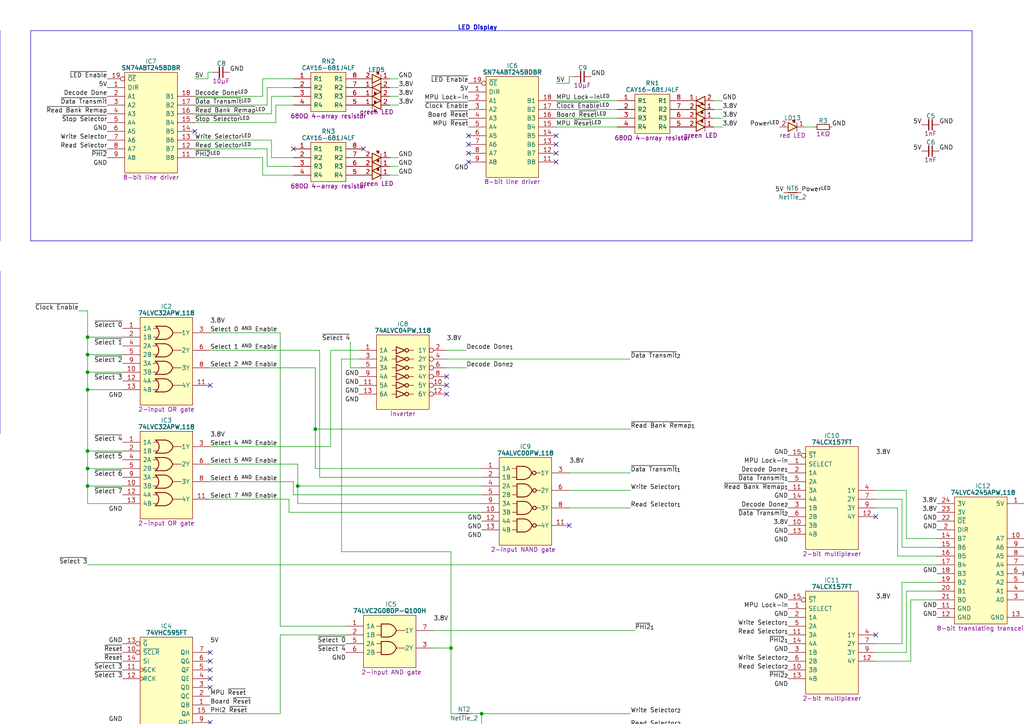
<source format=kicad_sch>
(kicad_sch (version 20230121) (generator eeschema)
  (paper "A4")
  (junction (at 25.4 102.87))
  (junction (at -53.34 111.76))
  (junction (at -66.04 34.29))
  (junction (at -17.78 36.83))
  (junction (at -12.7 111.76))
  (junction (at 91.44 124.46))
  (junction (at 139.7 210.82))
  (junction (at -17.78 49.53))
  (junction (at -66.04 44.45))
  (junction (at -66.04 66.04))
  (junction (at -53.34 87.63))
  (junction (at 25.4 130.81))
  (junction (at -17.78 41.91))
  (junction (at -66.04 41.91))
  (junction (at -66.04 39.37))
  (junction (at 25.4 135.89))
  (junction (at -66.04 49.53))
  (junction (at -17.78 34.29))
  (junction (at -17.78 29.21))
  (junction (at 130.81 187.96))
  (junction (at -66.04 29.21))
  (junction (at -17.78 39.37))
  (junction (at -17.78 46.99))
  (junction (at -66.04 31.75))
  (junction (at 25.4 97.79))
  (junction (at 139.7 207.01))
  (junction (at 25.4 140.97))
  (junction (at 25.4 107.95))
  (junction (at -66.04 46.99))
  (junction (at -17.78 44.45))
  (junction (at -66.04 26.67))
  (junction (at 86.36 140.97))
  (junction (at -66.04 36.83))
  (junction (at -66.04 63.5))
  (junction (at 25.4 113.03))
  (junction (at -17.78 31.75))
  (junction (at -12.7 87.63))
  (junction (at -66.04 52.07))
  (no_connect (at 60.96 209.55))
  (no_connect (at 60.96 189.23))
  (no_connect (at 60.96 194.31))
  (no_connect (at 60.96 191.77))
  (no_connect (at 60.96 196.85))
  (no_connect (at -11.43 17.78))
  (no_connect (at 297.18 166.37))
  (no_connect (at 330.2 171.45))
  (no_connect (at 309.88 171.45))
  (no_connect (at 254 184.15))
  (no_connect (at -17.78 63.5))
  (no_connect (at 105.41 43.18))
  (no_connect (at 85.09 43.18))
  (no_connect (at 56.515 38.1))
  (no_connect (at 161.29 46.99))
  (no_connect (at -17.78 17.78))
  (no_connect (at 161.29 44.45))
  (no_connect (at 60.96 111.76))
  (no_connect (at 165.1 152.4))
  (no_connect (at 254 149.86))
  (no_connect (at -66.04 54.61))
  (no_connect (at -72.39 54.61))
  (no_connect (at 161.29 41.91))
  (no_connect (at -11.43 63.5))
  (no_connect (at -11.43 52.07))
  (no_connect (at 135.89 39.37))
  (no_connect (at 135.89 41.91))
  (no_connect (at 135.89 44.45))
  (no_connect (at 135.89 46.99))
  (no_connect (at 161.29 39.37))
  (no_connect (at 60.96 199.39))
  (no_connect (at -25.4 116.84))
  (no_connect (at 129.54 109.22))
  (no_connect (at 129.54 111.76))
  (no_connect (at 129.54 114.3))
  (no_connect (at -17.78 52.07))
  (wire (pts (xy -25.4 49.53) (xy -17.78 49.53)))
  (wire (pts (xy -17.78 44.45) (xy -25.4 44.45)))
  (wire (pts (xy 60.96 139.7) (xy 85.09 139.7)))
  (wire (pts (xy 91.44 135.89) (xy 139.7 135.89)))
  (wire (pts (xy -58.42 41.91) (xy -66.04 41.91)))
  (wire (pts (xy -58.42 49.53) (xy -66.04 49.53)))
  (wire (pts (xy 297.18 171.45) (xy 306.07 171.45)))
  (wire (pts (xy 264.16 191.77) (xy 264.16 173.99)))
  (wire (pts (xy 161.29 29.21) (xy 179.07 29.21)))
  (wire (pts (xy 113.03 30.48) (xy 115.57 30.48)))
  (wire (pts (xy 60.96 96.52) (xy 81.28 96.52)))
  (wire (pts (xy 330.2 176.53) (xy 334.01 176.53)))
  (wire (pts (xy 91.44 124.46) (xy 91.44 135.89)))
  (wire (pts (xy 297.18 173.99) (xy 304.8 173.99)))
  (wire (pts (xy -66.04 46.99) (xy -72.39 46.99)))
  (wire (pts (xy -17.78 36.83) (xy -11.43 36.83)))
  (polyline (pts (xy 281.94 69.85) (xy 281.94 8.89)))
  (wire (pts (xy -27.94 87.63) (xy -12.7 87.63)))
  (polyline (pts (xy 0 78.74) (xy 0 125.73)))
  (wire (pts (xy 182.88 142.24) (xy 165.1 142.24)))
  (wire (pts (xy -66.04 49.53) (xy -72.39 49.53)))
  (wire (pts (xy 81.28 96.52) (xy 81.28 181.61)))
  (polyline (pts (xy 0 78.74) (xy -81.28 78.74)))
  (wire (pts (xy 76.2 27.94) (xy 56.515 27.94)))
  (wire (pts (xy 182.88 137.16) (xy 165.1 137.16)))
  (wire (pts (xy 264.16 173.99) (xy 271.78 173.99)))
  (wire (pts (xy 113.03 48.26) (xy 115.57 48.26)))
  (wire (pts (xy 80.01 35.56) (xy 80.01 30.48)))
  (wire (pts (xy 78.74 33.02) (xy 56.515 33.02)))
  (wire (pts (xy -53.34 90.17) (xy -53.34 87.63)))
  (wire (pts (xy 139.7 138.43) (xy 92.71 138.43)))
  (wire (pts (xy 76.2 22.86) (xy 76.2 27.94)))
  (wire (pts (xy 330.2 173.99) (xy 332.74 173.99)))
  (wire (pts (xy 86.36 140.97) (xy 139.7 140.97)))
  (wire (pts (xy -17.78 31.75) (xy -11.43 31.75)))
  (wire (pts (xy 135.255 101.6) (xy 129.54 101.6)))
  (wire (pts (xy 335.28 173.99) (xy 339.09 173.99)))
  (wire (pts (xy -58.42 44.45) (xy -66.04 44.45)))
  (wire (pts (xy -66.04 66.04) (xy -47.625 66.04)))
  (polyline (pts (xy 8.89 8.89) (xy 281.94 8.89)))
  (wire (pts (xy 76.2 50.8) (xy 85.09 50.8)))
  (wire (pts (xy 113.03 22.86) (xy 115.57 22.86)))
  (wire (pts (xy 297.18 168.91) (xy 307.34 168.91)))
  (polyline (pts (xy 0 8.89) (xy 0 69.85)))
  (wire (pts (xy 307.34 161.29) (xy 307.34 156.21)))
  (wire (pts (xy 304.8 151.13) (xy 304.8 156.21)))
  (wire (pts (xy 260.35 161.29) (xy 271.78 161.29)))
  (wire (pts (xy 297.18 163.83) (xy 308.61 163.83)))
  (wire (pts (xy 60.96 101.6) (xy 92.71 101.6)))
  (wire (pts (xy 161.29 31.75) (xy 179.07 31.75)))
  (wire (pts (xy 139.7 210.82) (xy 182.88 210.82)))
  (wire (pts (xy -12.7 116.84) (xy -12.7 111.76)))
  (wire (pts (xy 25.4 135.89) (xy 35.56 135.89)))
  (wire (pts (xy 330.2 179.07) (xy 335.28 179.07)))
  (wire (pts (xy -66.04 44.45) (xy -72.39 44.45)))
  (wire (pts (xy 91.44 106.68) (xy 91.44 124.46)))
  (wire (pts (xy 77.47 43.18) (xy 77.47 48.26)))
  (wire (pts (xy 78.74 45.72) (xy 85.09 45.72)))
  (wire (pts (xy 331.47 163.83) (xy 339.09 163.83)))
  (wire (pts (xy 161.29 34.29) (xy 179.07 34.29)))
  (polyline (pts (xy -81.28 125.73) (xy -81.28 78.74)))
  (wire (pts (xy -12.7 87.63) (xy -12.7 92.71)))
  (wire (pts (xy -17.78 29.21) (xy -25.4 29.21)))
  (wire (pts (xy 330.2 156.21) (xy 332.74 156.21)))
  (wire (pts (xy 60.325 20.955) (xy 60.325 22.86)))
  (wire (pts (xy 306.07 153.67) (xy 309.88 153.67)))
  (wire (pts (xy 182.88 147.32) (xy 165.1 147.32)))
  (wire (pts (xy 332.74 168.91) (xy 339.09 168.91)))
  (wire (pts (xy 297.18 161.29) (xy 307.34 161.29)))
  (wire (pts (xy 85.09 143.51) (xy 139.7 143.51)))
  (wire (pts (xy 166.37 22.225) (xy 165.1 22.225)))
  (wire (pts (xy 85.09 25.4) (xy 77.47 25.4)))
  (wire (pts (xy -11.43 66.04) (xy -17.78 66.04)))
  (wire (pts (xy 129.54 104.14) (xy 182.88 104.14)))
  (wire (pts (xy 334.01 171.45) (xy 339.09 171.45)))
  (wire (pts (xy 297.18 158.75) (xy 306.07 158.75)))
  (wire (pts (xy -68.58 87.63) (xy -53.34 87.63)))
  (polyline (pts (xy -81.28 8.89) (xy 0 8.89)))
  (wire (pts (xy 307.34 168.91) (xy 307.34 173.99)))
  (wire (pts (xy 95.885 101.6) (xy 104.14 101.6)))
  (wire (pts (xy 81.28 184.15) (xy 100.33 184.15)))
  (wire (pts (xy 77.47 30.48) (xy 56.515 30.48)))
  (wire (pts (xy 130.81 160.02) (xy 130.81 187.96)))
  (wire (pts (xy -58.42 46.99) (xy -66.04 46.99)))
  (wire (pts (xy -66.04 31.75) (xy -72.39 31.75)))
  (wire (pts (xy -58.42 31.75) (xy -66.04 31.75)))
  (wire (pts (xy 25.4 113.03) (xy 25.4 130.81)))
  (wire (pts (xy 307.34 173.99) (xy 309.88 173.99)))
  (wire (pts (xy 25.4 102.87) (xy 25.4 107.95)))
  (wire (pts (xy 161.29 36.83) (xy 179.07 36.83)))
  (wire (pts (xy 83.82 148.59) (xy 139.7 148.59)))
  (wire (pts (xy 306.07 158.75) (xy 306.07 153.67)))
  (polyline (pts (xy 0 69.85) (xy -81.28 69.85)))
  (wire (pts (xy 130.81 187.96) (xy 125.73 187.96)))
  (wire (pts (xy -68.58 111.76) (xy -68.58 116.84)))
  (wire (pts (xy -72.39 66.04) (xy -66.04 66.04)))
  (wire (pts (xy -12.7 87.63) (xy -7.62 87.63)))
  (wire (pts (xy 332.74 156.21) (xy 332.74 161.29)))
  (wire (pts (xy 261.62 168.91) (xy 271.78 168.91)))
  (wire (pts (xy 306.07 171.45) (xy 306.07 176.53)))
  (wire (pts (xy 86.36 134.62) (xy 86.36 140.97)))
  (wire (pts (xy 113.03 50.8) (xy 115.57 50.8)))
  (wire (pts (xy 139.7 214.63) (xy 182.88 214.63)))
  (wire (pts (xy -58.42 52.07) (xy -66.04 52.07)))
  (wire (pts (xy -66.04 52.07) (xy -72.39 52.07)))
  (wire (pts (xy 139.7 207.01) (xy 182.88 207.01)))
  (wire (pts (xy 86.36 146.05) (xy 139.7 146.05)))
  (wire (pts (xy 335.28 151.13) (xy 335.28 156.21)))
  (wire (pts (xy 261.62 186.69) (xy 261.62 168.91)))
  (wire (pts (xy -72.39 15.24) (xy -66.04 15.24)))
  (wire (pts (xy 99.06 160.02) (xy 130.81 160.02)))
  (wire (pts (xy 304.8 179.07) (xy 304.8 173.99)))
  (wire (pts (xy 60.96 129.54) (xy 95.885 129.54)))
  (wire (pts (xy 80.01 30.48) (xy 85.09 30.48)))
  (wire (pts (xy 261.62 158.75) (xy 271.78 158.75)))
  (wire (pts (xy -58.42 39.37) (xy -66.04 39.37)))
  (wire (pts (xy -17.78 34.29) (xy -25.4 34.29)))
  (wire (pts (xy 113.03 45.72) (xy 115.57 45.72)))
  (wire (pts (xy -66.04 39.37) (xy -72.39 39.37)))
  (wire (pts (xy -17.78 49.53) (xy -11.43 49.53)))
  (wire (pts (xy -72.39 63.5) (xy -66.04 63.5)))
  (wire (pts (xy -66.04 26.67) (xy -72.39 26.67)))
  (wire (pts (xy 262.89 156.21) (xy 271.78 156.21)))
  (wire (pts (xy 95.885 129.54) (xy 95.885 101.6)))
  (wire (pts (xy 25.4 130.81) (xy 35.56 130.81)))
  (wire (pts (xy 139.7 210.82) (xy 139.7 207.01)))
  (wire (pts (xy 25.4 140.97) (xy 25.4 146.05)))
  (wire (pts (xy -12.7 111.76) (xy -7.62 111.76)))
  (wire (pts (xy 331.47 158.75) (xy 331.47 163.83)))
  (wire (pts (xy -17.78 31.75) (xy -25.4 31.75)))
  (wire (pts (xy 60.96 207.01) (xy 81.28 207.01)))
  (wire (pts (xy 25.4 113.03) (xy 35.56 113.03)))
  (wire (pts (xy 25.4 163.83) (xy 271.78 163.83)))
  (wire (pts (xy 335.28 156.21) (xy 339.09 156.21)))
  (wire (pts (xy 25.4 107.95) (xy 25.4 113.03)))
  (polyline (pts (xy -81.28 8.89) (xy -81.28 69.85)))
  (wire (pts (xy 85.09 139.7) (xy 85.09 143.51)))
  (wire (pts (xy -17.78 41.91) (xy -25.4 41.91)))
  (wire (pts (xy 307.34 156.21) (xy 309.88 156.21)))
  (wire (pts (xy -17.78 44.45) (xy -11.43 44.45)))
  (wire (pts (xy 81.28 181.61) (xy 100.33 181.61)))
  (wire (pts (xy 254 142.24) (xy 262.89 142.24)))
  (wire (pts (xy -17.78 41.91) (xy -11.43 41.91)))
  (wire (pts (xy -58.42 29.21) (xy -66.04 29.21)))
  (wire (pts (xy -17.78 29.21) (xy -11.43 29.21)))
  (wire (pts (xy 104.14 104.14) (xy 99.06 104.14)))
  (wire (pts (xy 61.595 20.955) (xy 60.325 20.955)))
  (wire (pts (xy 77.47 48.26) (xy 85.09 48.26)))
  (wire (pts (xy 125.73 182.88) (xy 184.15 182.88)))
  (wire (pts (xy 104.14 106.68) (xy 101.6 106.68)))
  (wire (pts (xy 308.61 158.75) (xy 309.88 158.75)))
  (wire (pts (xy -58.42 36.83) (xy -66.04 36.83)))
  (wire (pts (xy 85.09 22.86) (xy 76.2 22.86)))
  (wire (pts (xy 261.62 144.78) (xy 261.62 158.75)))
  (wire (pts (xy -25.4 111.76) (xy -12.7 111.76)))
  (wire (pts (xy -17.78 39.37) (xy -11.43 39.37)))
  (wire (pts (xy 25.4 102.87) (xy 35.56 102.87)))
  (wire (pts (xy 25.4 146.05) (xy 35.56 146.05)))
  (wire (pts (xy 330.2 153.67) (xy 334.01 153.67)))
  (wire (pts (xy -72.39 17.78) (xy -66.04 17.78)))
  (wire (pts (xy -58.42 26.67) (xy -66.04 26.67)))
  (wire (pts (xy 113.03 25.4) (xy 115.57 25.4)))
  (wire (pts (xy 334.01 153.67) (xy 334.01 158.75)))
  (wire (pts (xy 207.01 34.29) (xy 209.55 34.29)))
  (wire (pts (xy 254 144.78) (xy 261.62 144.78)))
  (wire (pts (xy -17.78 34.29) (xy -11.43 34.29)))
  (wire (pts (xy 332.74 173.99) (xy 332.74 168.91)))
  (wire (pts (xy -66.04 41.91) (xy -72.39 41.91)))
  (wire (pts (xy 262.89 171.45) (xy 271.78 171.45)))
  (polyline (pts (xy 8.89 69.85) (xy 281.94 69.85)))
  (wire (pts (xy 25.4 90.17) (xy 25.4 97.79)))
  (wire (pts (xy -54.61 63.5) (xy -66.04 63.5)))
  (wire (pts (xy 306.07 176.53) (xy 309.88 176.53)))
  (wire (pts (xy -17.78 39.37) (xy -25.4 39.37)))
  (wire (pts (xy 56.515 40.64) (xy 78.74 40.64)))
  (wire (pts (xy -17.78 46.99) (xy -11.43 46.99)))
  (wire (pts (xy -66.04 29.21) (xy -72.39 29.21)))
  (wire (pts (xy 25.4 107.95) (xy 35.56 107.95)))
  (wire (pts (xy 77.47 25.4) (xy 77.47 30.48)))
  (wire (pts (xy 332.74 161.29) (xy 339.09 161.29)))
  (wire (pts (xy 25.4 135.89) (xy 25.4 140.97)))
  (wire (pts (xy 85.09 27.94) (xy 78.74 27.94)))
  (wire (pts (xy 25.4 97.79) (xy 25.4 102.87)))
  (wire (pts (xy 101.6 106.68) (xy 101.6 99.06)))
  (wire (pts (xy 335.28 179.07) (xy 335.28 173.99)))
  (wire (pts (xy 137.16 207.01) (xy 139.7 207.01)))
  (wire (pts (xy 330.2 158.75) (xy 331.47 158.75)))
  (wire (pts (xy 60.96 134.62) (xy 86.36 134.62)))
  (wire (pts (xy 60.96 144.78) (xy 83.82 144.78)))
  (wire (pts (xy 260.35 147.32) (xy 260.35 161.29)))
  (wire (pts (xy -17.78 36.83) (xy -25.4 36.83)))
  (wire (pts (xy 207.01 31.75) (xy 209.55 31.75)))
  (wire (pts (xy -58.42 34.29) (xy -66.04 34.29)))
  (wire (pts (xy 207.01 29.21) (xy 209.55 29.21)))
  (wire (pts (xy -66.04 36.83) (xy -72.39 36.83)))
  (wire (pts (xy 78.74 40.64) (xy 78.74 45.72)))
  (wire (pts (xy 113.03 27.94) (xy 115.57 27.94)))
  (wire (pts (xy 60.96 106.68) (xy 91.44 106.68)))
  (wire (pts (xy 254 191.77) (xy 264.16 191.77)))
  (wire (pts (xy 92.71 101.6) (xy 92.71 138.43)))
  (wire (pts (xy 309.88 179.07) (xy 304.8 179.07)))
  (wire (pts (xy 207.01 36.83) (xy 209.55 36.83)))
  (wire (pts (xy 99.06 104.14) (xy 99.06 160.02)))
  (wire (pts (xy 22.86 90.17) (xy 25.4 90.17)))
  (wire (pts (xy 330.2 151.13) (xy 335.28 151.13)))
  (wire (pts (xy 297.18 156.21) (xy 304.8 156.21)))
  (wire (pts (xy 78.74 27.94) (xy 78.74 33.02)))
  (wire (pts (xy -17.78 46.99) (xy -25.4 46.99)))
  (wire (pts (xy 161.29 24.13) (xy 165.1 24.13)))
  (wire (pts (xy 56.515 45.72) (xy 76.2 45.72)))
  (wire (pts (xy 254 186.69) (xy 261.62 186.69)))
  (wire (pts (xy 233.68 36.83) (xy 236.22 36.83)))
  (wire (pts (xy -68.58 111.76) (xy -53.34 111.76)))
  (wire (pts (xy 262.89 189.23) (xy 262.89 171.45)))
  (wire (pts (xy 262.89 142.24) (xy 262.89 156.21)))
  (wire (pts (xy 25.4 140.97) (xy 35.56 140.97)))
  (wire (pts (xy 334.01 158.75) (xy 339.09 158.75)))
  (wire (pts (xy -68.58 87.63) (xy -68.58 92.71)))
  (wire (pts (xy 254 189.23) (xy 262.89 189.23)))
  (wire (pts (xy 139.7 210.82) (xy 139.7 214.63)))
  (wire (pts (xy 83.82 144.78) (xy 83.82 148.59)))
  (wire (pts (xy 91.44 124.46) (xy 182.88 124.46)))
  (wire (pts (xy 254 147.32) (xy 260.35 147.32)))
  (wire (pts (xy 56.515 35.56) (xy 80.01 35.56)))
  (wire (pts (xy 56.515 22.86) (xy 60.325 22.86)))
  (wire (pts (xy 25.4 130.81) (xy 25.4 135.89)))
  (wire (pts (xy 81.28 184.15) (xy 81.28 207.01)))
  (wire (pts (xy 76.2 45.72) (xy 76.2 50.8)))
  (wire (pts (xy 86.36 140.97) (xy 86.36 146.05)))
  (wire (pts (xy 25.4 97.79) (xy 35.56 97.79)))
  (wire (pts (xy 130.81 187.96) (xy 130.81 207.01)))
  (wire (pts (xy -11.43 15.24) (xy -17.78 15.24)))
  (wire (pts (xy 165.1 22.225) (xy 165.1 24.13)))
  (wire (pts (xy 130.81 207.01) (xy 132.08 207.01)))
  (wire (pts (xy -66.04 34.29) (xy -72.39 34.29)))
  (wire (pts (xy -53.34 111.76) (xy -53.34 114.3)))
  (polyline (pts (xy 8.89 8.89) (xy 8.89 69.85)))
  (wire (pts (xy 135.255 106.68) (xy 129.54 106.68)))
  (wire (pts (xy 308.61 163.83) (xy 308.61 158.75)))
  (wire (pts (xy 309.88 151.13) (xy 304.8 151.13)))
  (polyline (pts (xy 0 125.73) (xy -81.28 125.73)))
  (wire (pts (xy 56.515 43.18) (xy 77.47 43.18)))
  (wire (pts (xy 334.01 176.53) (xy 334.01 171.45)))
  (text "LED Display" (at 132.715 8.89 0) (effects (font (size 1.27 1.27) (thickness 0.254) bold) (justify left bottom)))
  (text "Power" (at -48.26 78.74 0) (effects (font (size 1.27 1.27) (thickness 0.254) bold) (justify left bottom)))
  (text "Connectors" (at -48.26 8.89 0) (effects (font (size 1.27 1.27) (thickness 0.254) bold) (justify left bottom)))
  (label "GND" (at -53.34 92.71 180))
  (label "3.8V" (at 115.57 30.48 0))
  (label "3.8V" (at 364.49 167.64 180))
  (label "GND" (at 369.57 182.88 0))
  (label "~{PHI2}" (at 339.09 173.99 0))
  (label "GND" (at 115.57 50.8 0))
  (label "MPU Lock-in^{LED}" (at 161.29 29.21 0))
  (label "3.8V" (at 364.49 189.865 180))
  (label "~{Clock Enable}^{LED}" (at 161.29 31.75 0))
  (label "~{Data Transmit}_{2}" (at 182.88 104.14 0))
  (label "~{Select 5}" (at 35.56 133.35 180))
  (label "Select 2 ^{AND} Enable" (at 60.96 106.68 0))
  (label "GND" (at 228.6 157.48 180))
  (label "GND" (at 369.57 175.26 0))
  (label "MPU ~{Reset}" (at 135.89 36.83 180))
  (label "Power^{LED}" (at 232.41 55.88 0))
  (label "GND" (at -17.78 15.24 180))
  (label "~{Select 0}" (at 100.33 186.69 180))
  (label "~{Read Bank Remap}^{LED}" (at 56.515 33.02 0))
  (label "Decode Done" (at 31.115 27.94 180))
  (label "~{Data Transmit}" (at -25.4 31.75 180))
  (label "Write Selector" (at 31.115 40.64 180))
  (label "~{Stop Selector}^{LED}" (at 56.515 35.56 0))
  (label "~{Select 3}" (at 35.56 110.49 180))
  (label "3.8V" (at 254 132.08 0))
  (label "3.8V" (at 60.96 93.98 0))
  (label "GND" (at -17.78 66.04 180))
  (label "GND" (at 66.675 20.955 0))
  (label "~{Select 3}" (at 25.4 163.83 180))
  (label "Write Selector" (at -25.4 41.91 180))
  (label "~{Data Transmit}" (at 339.09 158.75 0))
  (label "5V" (at 56.515 22.86 0))
  (label "Select 0 ^{AND} Enable" (at 60.96 96.52 0))
  (label "GND" (at 271.78 153.67 180))
  (label "GND" (at 271.78 179.07 180))
  (label "~{Clock Enable}" (at 22.86 90.17 180))
  (label "GND" (at 228.6 132.08 180))
  (label "Decode Done" (at 339.09 156.21 0))
  (label "GND" (at 139.7 156.21 180))
  (label "GND" (at 369.57 137.16 0))
  (label "~{Data Transmit}^{LED}" (at 56.515 30.48 0))
  (label "5V" (at -7.62 87.63 0))
  (label "GND" (at 369.57 167.64 0))
  (label "GND" (at 104.14 114.3 180))
  (label "GND" (at 115.57 22.86 0))
  (label "Decode Done_{1}" (at 135.255 101.6 0))
  (label "5V" (at 161.29 24.13 0))
  (label "GND" (at 369.57 129.54 0))
  (label "Source 5V" (at -68.58 111.76 180))
  (label "~{Select 5}" (at -58.42 39.37 0))
  (label "3.8V" (at 364.49 182.88 180))
  (label "3.8V" (at 254 173.99 0))
  (label "GND" (at 35.56 115.57 180))
  (label "Source 5V" (at -66.04 63.5 0))
  (label "3.8V" (at 228.6 152.4 180))
  (label "Read Selector" (at 339.09 171.45 0))
  (label "GND" (at 139.7 151.13 180))
  (label "Read Selector" (at 31.115 43.18 180))
  (label "~{Data Transmit}_{1}" (at 228.6 139.7 180))
  (label "~{Read Bank Remap}_{1}" (at 228.6 142.24 180))
  (label "Select 5 ^{AND} Enable" (at 60.96 134.62 0))
  (label "Board ~{Reset}" (at 135.89 34.29 180))
  (label "Read Selector_{2}" (at 228.6 194.31 180))
  (label "GND" (at 272.415 43.815 0))
  (label "Write Selector_{1}" (at 182.88 142.24 0))
  (label "~{Clock Enable}" (at 135.89 31.75 180))
  (label "GND" (at 228.6 173.99 180))
  (label "~{Select 2}" (at -58.42 31.75 0))
  (label "~{Stop Selector}" (at 339.09 163.83 0))
  (label "GND" (at 369.57 160.02 0))
  (label "GND" (at 228.6 179.07 180))
  (label "5V" (at 135.89 26.67 180))
  (label "GND" (at 104.14 109.22 180))
  (label "~{Stop Selector}" (at -25.4 36.83 180))
  (label "~{Select 3}" (at 35.56 196.85 180))
  (label "3.8V" (at 115.57 25.4 0))
  (label "3.8V" (at -7.62 111.76 0))
  (label "5V" (at 297.18 146.05 0))
  (label "~{Data Transmit}_{1}" (at 182.88 137.16 0))
  (label "Select 6 ^{AND} Enable" (at 60.96 139.7 0))
  (label "Board ~{Reset}^{LED}" (at 161.29 34.29 0))
  (label "PHI2 ~{Reset}" (at 60.96 207.01 0))
  (label "GND" (at 104.14 111.76 180))
  (label "3.8V" (at 125.73 180.34 0))
  (label "~{Clock Enable}" (at -58.42 49.53 0))
  (label "~{Reset}" (at 35.56 191.77 180))
  (label "~{LED Enable}" (at 31.115 22.86 180))
  (label "~{PHI2}_{2}" (at 228.6 196.85 180))
  (label "Write Selector" (at 339.09 168.91 0))
  (label "~{PHI2}_{1}" (at 228.6 186.69 180))
  (label "3.8V" (at 209.55 31.75 0))
  (label "GND" (at -66.04 15.24 0))
  (label "GND" (at 35.56 209.55 180))
  (label "~{Reset}" (at 35.56 189.23 180))
  (label "GND" (at 272.415 36.195 0))
  (label "~{Select 6}" (at 35.56 138.43 180))
  (label "5V" (at 267.335 43.815 180))
  (label "Decode Done_{1}" (at 228.6 137.16 180))
  (label "GND" (at 209.55 29.21 0))
  (label "~{Read Bank Remap}" (at -25.4 34.29 180))
  (label "GND" (at -63.5 116.84 0))
  (label "~{PHI2}_{1}" (at 184.15 182.88 0))
  (label "Decode Done_{2}" (at 135.255 106.68 0))
  (label "GND" (at 115.57 48.26 0))
  (label "GND" (at -53.34 116.84 180))
  (label "GND" (at -65.405 66.04 0))
  (label "GND" (at 228.6 199.39 180))
  (label "Read Selector_{1}" (at 182.88 147.32 0))
  (label "MPU ~{Reset}" (at -25.4 39.37 180))
  (label "Decode Done" (at -25.4 29.21 180))
  (label "~{Select 6}" (at -58.42 41.91 0))
  (label "3.8V" (at 364.49 137.16 180))
  (label "GND" (at 104.14 116.84 180))
  (label "Select 1 ^{AND} Enable" (at 60.96 101.6 0))
  (label "3.8V" (at 364.49 144.78 180))
  (label "~{Select 4}" (at 101.6 99.06 180))
  (label "GND" (at 35.56 148.59 180))
  (label "~{Reset}" (at -58.42 52.07 0))
  (label "~{Read Bank Remap}" (at 339.09 161.29 0))
  (label "~{Select 4}" (at 100.33 189.23 180))
  (label "GND" (at 228.6 189.23 180))
  (label "GND" (at 271.78 166.37 180))
  (label "GND" (at 369.57 144.78 0))
  (label "5V" (at 364.49 129.54 180))
  (label "GND" (at -7.62 116.84 0))
  (label "5V" (at 364.49 121.92 180))
  (label "~{Read Bank Remap}_{1}" (at 182.88 124.46 0))
  (label "Select 4 ^{AND} Enable" (at 60.96 129.54 0))
  (label "~{Select 3}" (at -58.42 34.29 0))
  (label "GND" (at 369.57 152.4 0))
  (label "~{PHI2}_{2}" (at 182.88 214.63 0))
  (label "~{Data Transmit}_{2}" (at 228.6 149.86 180))
  (label "GND" (at 369.57 189.865 0))
  (label "GND" (at 35.56 186.69 180))
  (label "~{Select 0}" (at -58.42 26.67 0))
  (label "~{Select 7}" (at 35.56 143.51 180))
  (label "GND" (at 241.3 36.83 0))
  (label "~{Select 1}" (at -58.42 29.21 0))
  (label "Write Selector_{2}" (at 182.88 207.01 0))
  (label "3.8V" (at 60.96 127 0))
  (label "Source 5V" (at -68.58 87.63 180))
  (label "Decode Done^{LED}" (at 56.515 27.94 0))
  (label "GND" (at 139.7 153.67 180))
  (label "~{LED Enable}" (at -66.04 17.78 0))
  (label "GND" (at 100.33 191.77 180))
  (label "GND" (at 271.78 176.53 180))
  (label "GND" (at 297.18 179.07 0))
  (label "3.8V" (at 364.49 152.4 180))
  (label "~{Stop Selector}" (at 31.115 35.56 180))
  (label "MPU Lock-in" (at 228.6 134.62 180))
  (label "GND" (at -63.5 92.71 0))
  (label "MPU Lock-in" (at -58.42 46.99 0))
  (label "~{PHI2}" (at 31.115 45.72 180))
  (label "~{PHI2}" (at -25.4 46.99 180))
  (label "Select 7 ^{AND} Enable" (at 60.96 144.78 0))
  (label "MPU ~{Reset}^{LED}" (at 161.29 36.83 0))
  (label "Read Selector_{1}" (at 228.6 184.15 180))
  (label "Write Selector_{1}" (at 228.6 181.61 180))
  (label "Write Selector_{2}" (at 228.6 191.77 180))
  (label "GND" (at 31.115 48.26 180))
  (label "GND" (at 228.6 144.78 180))
  (label "5V" (at 31.115 25.4 180))
  (label "MPU ~{Reset}" (at 60.96 201.93 0))
  (label "GND" (at 271.78 151.13 180))
  (label "3.8V" (at 129.54 99.06 0))
  (label "5V" (at 60.96 186.69 0))
  (label "Read Selector_{2}" (at 182.88 210.82 0))
  (label "3.8V" (at 364.49 160.02 180))
  (label "MPU Lock-in" (at 135.89 29.21 180))
  (label "~{Select 3}" (at 35.56 194.31 180))
  (label "3.8V" (at 209.55 34.29 0))
  (label "~{Select 7}" (at -58.42 44.45 0))
  (label "Write Selector^{LED}" (at 56.515 40.64 0))
  (label "~{LED Enable}" (at 135.89 24.13 180))
  (label "3.8V" (at 115.57 27.94 0))
  (label "GND" (at -7.62 92.71 0))
  (label "GND" (at 135.89 49.53 180))
  (label "~{Select 1}" (at 35.56 100.33 180))
  (label "GND" (at 171.45 22.225 0))
  (label "Read Selector^{LED}" (at 56.515 43.18 0))
  (label "~{Read Bank Remap}" (at 31.115 33.02 180))
  (label "GND" (at 369.57 121.92 0))
  (label "Decode Done_{2}" (at 228.6 147.32 180))
  (label "~{Select 4}" (at -58.42 36.83 0))
  (label "~{Select 4}" (at 35.56 128.27 180))
  (label "5V" (at 267.335 36.195 180))
  (label "GND" (at 115.57 45.72 0))
  (label "Board ~{Reset}" (at -25.4 49.53 180))
  (label "~{Data Transmit}" (at 31.115 30.48 180))
  (label "~{Select 2}" (at 35.56 105.41 180))
  (label "Board ~{Reset}" (at 60.96 204.47 0))
  (label "Power^{LED}" (at 226.06 36.83 180))
  (label "GND" (at 228.6 154.94 180))
  (label "5V" (at 227.33 55.88 180))
  (label "MPU Lock-in" (at 228.6 176.53 180))
  (label "3.8V" (at 271.78 146.05 180))
  (label "GND" (at 31.115 38.1 180))
  (label "~{PHI2}^{LED}" (at 56.515 45.72 0))
  (label "3.8V" (at 165.1 134.62 0))
  (label "3.8V" (at 271.78 148.59 180))
  (label "~{Select 0}" (at 35.56 95.25 180))
  (label "Read Selector" (at -25.4 44.45 180))
  (label "3.8V" (at 364.49 175.26 180))
  (label "3.8V" (at 209.55 36.83 0))
  (symbol (lib_id "Device:NetTie_2") (at 229.87 55.88 0) (unit 1)
    (property "Reference" "NT6" (at 229.87 54.61 0))
    (property "Value" "NetTie_2" (at 229.87 57.15 0))
    (property "Footprint" "NetTie:NetTie-2_SMD_Pad0.5mm" (effects hide))
  )
  (symbol (lib_id "Wurth_Elektronik:150224VS73100A") (at 109.22 45.72 0) (mirror y) (unit 1)
    (property "Reference" "LD10" (effects hide))
    (property "Value" "150224VS73100A" (effects hide))
    (property "Footprint" "150224VS73100A" (effects hide))
    (property "Datasheet" "https://www.we-online.com/katalog/datasheet/150224VS73100A.pdf" (effects hide))
    (property "Description" "green LED" (effects hide))
    (property "Height" "1.41" (effects hide))
    (property "Manufacturer_Name" "Wurth Elektronik" (effects hide))
    (property "Manufacturer_Part_Number" "150224VS73100A" (effects hide))
    (property "Mouser Part Number" "710-150224VS73100A" (effects hide))
    (property "Mouser Price/Stock" "https://www.mouser.co.uk/ProductDetail/Wurth-Elektronik/150224VS73100A?qs=8Aam6%252B7C6HG2%2FfdOsQ%2FdNg%3D%3D" (effects hide))
    (property "Silkscreen" "grn" (effects hide))
  )
  (symbol (lib_id "Device:C_Small") (at 367.03 152.4 270) (unit 1)
    (property "Reference" "C13" (at 365.76 149.86 90) (effects (justify left)))
    (property "Value" "C_Small" (effects hide))
    (property "Footprint" "Capacitor_SMD:C_0805_2012Metric" (effects hide))
    (property "Description" "1nF" (at 367.03 154.94 90))
  )
  (symbol (lib_id "Wurth_Elektronik:150224VS73100A") (at 203.2 29.21 0) (mirror x) (unit 1)
    (property "Reference" "LED1" (effects hide))
    (property "Value" "150224VS73100A" (effects hide))
    (property "Footprint" "150224VS73100A" (effects hide))
    (property "Datasheet" "https://www.we-online.com/katalog/datasheet/150224VS73100A.pdf" (effects hide))
    (property "Description" "green LED" (effects hide))
    (property "Height" "1.41" (effects hide))
    (property "Manufacturer_Name" "Wurth Elektronik" (effects hide))
    (property "Manufacturer_Part_Number" "150224VS73100A" (effects hide))
    (property "Mouser Part Number" "710-150224VS73100A" (effects hide))
    (property "Mouser Price/Stock" "https://www.mouser.co.uk/ProductDetail/Wurth-Elektronik/150224VS73100A?qs=8Aam6%252B7C6HG2%2FfdOsQ%2FdNg%3D%3D" (effects hide))
    (property "Silkscreen" "grn" (effects hide))
  )
  (symbol (lib_id "Connector:Conn_01x02_Male") (at -77.47 15.24 0) (unit 1)
    (property "Reference" "J1" (effects hide))
    (property "Value" "Conn_01x02_Male" (effects hide))
    (property "Footprint" "Connector_PinHeader_2.54mm:PinHeader_1x02_P2.54mm_Vertical" (effects hide))
  )
  (symbol (lib_id "Connector:Conn_01x02_Male") (at -6.35 66.04 180) (unit 1)
    (property "Reference" "J12" (effects hide))
    (property "Value" "Conn_01x02_Male" (effects hide))
    (property "Footprint" "Connector_PinHeader_2.54mm:PinHeader_1x02_P2.54mm_Vertical" (effects hide))
  )
  (symbol (lib_id "Nexperia:74ALVC04PW,118") (at 104.14 101.6 0) (unit 1)
    (property "Reference" "IC8" (at 116.84 93.98 0))
    (property "Value" "74ALVC04PW,118" (at 116.84 95.885 0) (effects (font bold)))
    (property "Footprint" "SOP65P640X110-14N" (effects hide))
    (property "Datasheet" "https://assets.nexperia.com/documents/data-sheet/74ALVC04.pdf" (effects hide))
    (property "Description" "inverter" (at 116.84 120.015 0))
    (property "Height" "1.1" (effects hide))
    (property "Manufacturer_Name" "Nexperia" (effects hide))
    (property "Manufacturer_Part_Number" "74ALVC04PW,118" (effects hide))
    (property "Mouser Part Number" "771-ALVC04PW118" (effects hide))
  )
  (symbol (lib_id "Bourns:CAY16-681J4LF") (at 179.07 29.21 0) (unit 1)
    (property "Reference" "RN1" (at 189.23 24.13 0))
    (property "Value" "CAY16-681J4LF" (at 189.23 26.035 0))
    (property "Footprint" "SamacSys_Parts:CAY16-J4" (effects hide))
    (property "Datasheet" "https://www.bourns.com/pdfs/CATCAY.pdf" (effects hide))
    (property "Description" "680Ω 4-array resistor" (at 189.23 40.005 0))
    (property "Manufacturer_Name" "Bourns" (effects hide))
    (property "Manufacturer_Part_Number" "CAY16-681J4LF" (effects hide))
    (property "Mouser Part Number" "652-CAY16-681J4LF" (effects hide))
    (property "Mouser Price/Stock" "https://www.mouser.co.uk/ProductDetail/Bourns/CAY16-472J4LF?qs=vjljXApjgZXDWSqaYW6%252BOA%3D%3D" (effects hide))
    (property "Silkscreen" "680Ω" (effects hide))
  )
  (symbol (lib_id "Connector:Conn_01x10_Male") (at -6.35 39.37 0) (mirror y) (unit 1)
    (property "Reference" "J11" (effects hide))
    (property "Value" "Conn_01x10_Male" (effects hide))
    (property "Footprint" "Connector_PinHeader_2.54mm:PinHeader_1x10_P2.54mm_Vertical" (effects hide))
  )
  (symbol (lib_id "Connector:Conn_01x12_Male") (at -71.12 39.37 0) (unit 1)
    (property "Reference" "J5" (effects hide))
    (property "Value" "Conn_01x12_Male" (effects hide))
    (property "Footprint" "Connector_PinHeader_2.54mm:PinHeader_1x12_P2.54mm_Vertical" (effects hide))
  )
  (symbol (lib_id "Toshiba:74VHC595FT") (at 35.56 186.69 0) (unit 1)
    (property "Reference" "IC4" (at 48.26 181.61 0))
    (property "Value" "74VHC595FT" (at 48.26 183.515 0) (effects (font bold)))
    (property "Footprint" "SOP65P640X120-16N" (effects hide))
    (property "Datasheet" "http://uk.rs-online.com/web/p/products/1713351" (effects hide))
    (property "Description" "8-bit shift-in register" (at 47.625 212.09 0))
    (property "Height" "1.2" (effects hide))
    (property "Manufacturer_Name" "Toshiba" (effects hide))
    (property "Manufacturer_Part_Number" "74VHC595FT" (effects hide))
    (property "Mouser Part Number" "757-74VHC595FT" (effects hide))
    (property "Mouser Price/Stock" "https://www.mouser.com/Search/Refine.aspx?Keyword=757-74VHC595FT" (effects hide))
    (property "Arrow Part Number" "74VHC595FT" (effects hide))
    (property "Arrow Price/Stock" "https://www.arrow.com/en/products/74vhc595ft/toshiba" (effects hide))
  )
  (symbol (lib_id "Connector:Conn_01x10_Male") (at -12.7 39.37 0) (mirror y) (unit 1)
    (property "Reference" "J8" (at -12.7 26.67 0))
    (property "Value" "Conn_01x10_Male" (effects hide))
    (property "Footprint" "Connector_PinHeader_2.54mm:PinHeader_1x10_P2.54mm_Vertical" (effects hide))
  )
  (symbol (lib_id "Wurth_Elektronik:150224VS73100A") (at 109.22 25.4 0) (mirror x) (unit 1)
    (property "Reference" "LED6" (effects hide))
    (property "Value" "150224VS73100A" (effects hide))
    (property "Footprint" "150224VS73100A" (effects hide))
    (property "Datasheet" "https://www.we-online.com/katalog/datasheet/150224VS73100A.pdf" (effects hide))
    (property "Description" "green LED" (effects hide))
    (property "Height" "1.41" (effects hide))
    (property "Manufacturer_Name" "Wurth Elektronik" (effects hide))
    (property "Manufacturer_Part_Number" "150224VS73100A" (effects hide))
    (property "Mouser Part Number" "710-150224VS73100A" (effects hide))
    (property "Mouser Price/Stock" "https://www.mouser.co.uk/ProductDetail/Wurth-Elektronik/150224VS73100A?qs=8Aam6%252B7C6HG2%2FfdOsQ%2FdNg%3D%3D" (effects hide))
    (property "Silkscreen" "grn" (effects hide))
  )
  (symbol (lib_id "Wurth_Elektronik:150224VS73100A") (at 109.22 30.48 0) (mirror x) (unit 1)
    (property "Reference" "LED8" (effects hide))
    (property "Value" "150224VS73100A" (effects hide))
    (property "Footprint" "150224VS73100A" (effects hide))
    (property "Datasheet" "https://www.we-online.com/katalog/datasheet/150224VS73100A.pdf" (effects hide))
    (property "Description" "green LED" (at 109.22 31.75 0) (effects (justify bottom)))
    (property "Height" "1.41" (effects hide))
    (property "Manufacturer_Name" "Wurth Elektronik" (effects hide))
    (property "Manufacturer_Part_Number" "150224VS73100A" (effects hide))
    (property "Mouser Part Number" "710-150224VS73100A" (effects hide))
    (property "Mouser Price/Stock" "https://www.mouser.co.uk/ProductDetail/Wurth-Elektronik/150224VS73100A?qs=8Aam6%252B7C6HG2%2FfdOsQ%2FdNg%3D%3D" (effects hide))
    (property "Silkscreen" "grn" (effects hide))
  )
  (symbol (lib_id "Nexperia:74LVC32APW,118") (at 35.56 128.27 0) (unit 1)
    (property "Reference" "IC3" (at 48.26 121.92 0))
    (property "Value" "74LVC32APW,118" (at 48.26 123.825 0) (effects (font bold)))
    (property "Footprint" "SOP65P640X110-14N" (effects hide))
    (property "Datasheet" "https://assets.nexperia.com/documents/data-sheet/74LVC32A.pdf" (effects hide))
    (property "Description" "2-input OR gate" (at 48.26 151.765 0))
    (property "Height" "1.1" (effects hide))
    (property "Manufacturer_Name" "Nexperia" (effects hide))
    (property "Manufacturer_Part_Number" "74LVC32APW,118" (effects hide))
    (property "Mouser Part Number" "771-74LVC32APW-T" (effects hide))
    (property "Mouser Price/Stock" "https://www.mouser.com/Search/Refine.aspx?Keyword=771-74LVC32APW-T" (effects hide))
    (property "Arrow Part Number" "74LVC32APW,118" (effects hide))
    (property "Arrow Price/Stock" "https://www.arrow.com/en/products/74lvc32apw118/nexperia" (effects hide))
  )
  (symbol (lib_id "Device:C_Small") (at 367.03 182.88 270) (unit 1)
    (property "Reference" "C17" (at 365.76 180.34 90) (effects (justify left)))
    (property "Value" "C_Small" (effects hide))
    (property "Footprint" "Capacitor_SMD:C_0805_2012Metric" (effects hide))
    (property "Description" "1nF" (at 367.03 185.42 90))
  )
  (symbol (lib_id "Connector:Conn_01x02_Male") (at -71.12 15.24 0) (unit 1)
    (property "Reference" "J4" (effects hide))
    (property "Value" "Conn_01x02_Male" (effects hide))
    (property "Footprint" "Connector_PinHeader_2.54mm:PinHeader_1x02_P2.54mm_Vertical" (effects hide))
  )
  (symbol (lib_id "Texas_Instruments:SN74ABT245BDBR") (at 31.115 22.86 0) (unit 1)
    (property "Reference" "IC7" (at 43.815 17.78 0))
    (property "Value" "SN74ABT245BDBR" (at 43.815 19.685 0) (effects (font bold)))
    (property "Footprint" "SOP65P780X200-20N" (effects hide))
    (property "Datasheet" "http://www.ti.com/lit/gpn/sn74abt245b" (effects hide))
    (property "Description" "8-bit line driver" (at 43.815 51.435 0))
    (property "Height" "2" (effects hide))
    (property "Manufacturer_Name" "Texas Instruments" (effects hide))
    (property "Manufacturer_Part_Number" "SN74ABT245BDBR" (effects hide))
    (property "Mouser Part Number" "595-SN74ABT245BDBR" (effects hide))
    (property "Mouser Price/Stock" "https://www.mouser.co.uk/ProductDetail/Texas-Instruments/SN74ABT245BDBR?qs=5nGYs9Do7G0kvriH65mtcg%3D%3D" (effects hide))
    (property "Arrow Part Number" "SN74ABT245BDBR" (effects hide))
    (property "Arrow Price/Stock" "https://www.arrow.com/en/products/sn74abt245bdbr/texas-instruments" (effects hide))
  )
  (symbol (lib_id "Nexperia:74LVC2G08DP-Q100H") (at 100.33 181.61 0) (unit 1)
    (property "Reference" "IC5" (at 111.76 175.26 0) (effects (justify left)))
    (property "Value" "74LVC2G08DP-Q100H" (at 113.03 177.165 0) (effects (font bold)))
    (property "Footprint" "SOP65P400X110-8N" (effects hide))
    (property "Datasheet" "https://assets.nexperia.com/documents/data-sheet/74LVC2G08_Q100.pdf" (effects hide))
    (property "Description" "2-input AND gate" (at 104.775 194.945 0) (effects (justify left)))
    (property "Height" "1.1" (effects hide))
    (property "Manufacturer_Name" "Nexperia" (effects hide))
    (property "Manufacturer_Part_Number" "74LVC2G08DP-Q100H" (effects hide))
    (property "Mouser Part Number" "771-74LVC2G08DPQ100H" (effects hide))
    (property "Mouser Price/Stock" "https://www.mouser.co.uk/ProductDetail/Nexperia/74LVC2G08DP-Q100H?qs=fi7yB2oewZnJ07IC2YGuEQ%3D%3D" (effects hide))
    (property "Silkscreen" "74LVC2G08" (effects hide))
  )
  (symbol (lib_id "ON_Semiconductor:FAN2558S38X") (at -53.34 111.76 0) (unit 1)
    (property "Reference" "IC1" (at -39.37 106.68 0))
    (property "Value" "FAN2558S38X" (at -39.37 108.585 0) (effects (font bold)))
    (property "Footprint" "SOT95P270X145-5N" (effects hide))
    (property "Datasheet" "https://www.mouser.co.za/datasheet/2/308/1/FAN2558_D-2311565.pdf" (effects hide))
    (property "Description" "3.8V LDO regulator" (at -39.37 120.015 0))
    (property "Height" "1.45" (effects hide))
    (property "Manufacturer_Name" "Aptina / ON Semiconductor" (effects hide))
    (property "Manufacturer_Part_Number" "FAN2558S38X" (effects hide))
    (property "Mouser Part Number" "512-FAN2558S38X" (effects hide))
    (property "Mouser Price/Stock" "https://www.mouser.co.uk/ProductDetail/onsemi-Fairchild/FAN2558S38X?qs=2v2%252BE2uCx3nNodI42eTMtA%3D%3D" (effects hide))
    (property "Silkscreen" "FAN2558S" (effects hide))
  )
  (symbol (lib_id "Wurth_Elektronik:150224SS73100") (at 229.87 36.83 0) (mirror y) (unit 1)
    (property "Reference" "LD13" (at 229.87 34.925 0) (effects (justify bottom)))
    (property "Value" "150224SS73100" (effects hide))
    (property "Footprint" "SamacSys_Parts:150224SS73100A" (effects hide))
    (property "Datasheet" "http://www.farnell.com/datasheets/2301711.pdf" (effects hide))
    (property "Description" "red LED" (at 229.87 40.005 0) (effects (justify bottom)))
    (property "Height" "1.31" (effects hide))
    (property "Manufacturer_Name" "Wurth Elektronik" (effects hide))
    (property "Manufacturer_Part_Number" "150224SS73100" (effects hide))
    (property "Mouser Part Number" "710-150224SS73100" (effects hide))
    (property "Mouser Price/Stock" "https://www.mouser.co.uk/ProductDetail/Wurth-Elektronik/150224SS73100?qs=5aG0NVq1C4xYrTr%2FIVl59g%3D%3D" (effects hide))
    (property "Silkscreen" "red" (effects hide))
  )
  (symbol (lib_id "Device:C_Small") (at 367.03 160.02 270) (unit 1)
    (property "Reference" "C14" (at 365.76 157.48 90) (effects (justify left)))
    (property "Value" "C_Small" (effects hide))
    (property "Footprint" "Capacitor_SMD:C_0805_2012Metric" (effects hide))
    (property "Description" "1nF" (at 367.03 162.56 90))
  )
  (symbol (lib_id "Device:C_Small") (at 367.03 144.78 270) (unit 1)
    (property "Reference" "C12" (at 365.76 142.24 90) (effects (justify left)))
    (property "Value" "C_Small" (effects hide))
    (property "Footprint" "Capacitor_SMD:C_0805_2012Metric" (effects hide))
    (property "Description" "1nF" (at 367.03 147.32 90))
  )
  (symbol (lib_id "HCP65:C_0805") (at -68.58 116.84 0) (unit 1)
    (property "Reference" "C2" (at -66.294 114.3 0))
    (property "Value" "C_0805" (effects hide))
    (property "Footprint" "SamacSys_Parts:C_0805" (effects hide))
    (property "Description" "1.0µF" (at -66.04 119.38 0))
  )
  (symbol (lib_id "Wurth_Elektronik:150224VS73100A") (at 109.22 50.8 0) (mirror y) (unit 1)
    (property "Reference" "LD12" (effects hide))
    (property "Value" "150224VS73100A" (effects hide))
    (property "Footprint" "150224VS73100A" (effects hide))
    (property "Datasheet" "https://www.we-online.com/katalog/datasheet/150224VS73100A.pdf" (effects hide))
    (property "Description" "green LED" (at 109.22 53.975 0) (effects (justify bottom)))
    (property "Height" "1.41" (effects hide))
    (property "Manufacturer_Name" "Wurth Elektronik" (effects hide))
    (property "Manufacturer_Part_Number" "150224VS73100A" (effects hide))
    (property "Mouser Part Number" "710-150224VS73100A" (effects hide))
    (property "Mouser Price/Stock" "https://www.mouser.co.uk/ProductDetail/Wurth-Elektronik/150224VS73100A?qs=8Aam6%252B7C6HG2%2FfdOsQ%2FdNg%3D%3D" (effects hide))
    (property "Silkscreen" "grn" (effects hide))
  )
  (symbol (lib_id "Microchip:MCP1802T-5002I_OT") (at -53.34 87.63 0) (unit 1)
    (property "Reference" "IC13" (at -40.005 82.55 0))
    (property "Value" "MCP1802T-5002I_OT" (at -40.005 84.455 0) (effects (font bold)))
    (property "Footprint" "SOT95P270X145-5N" (effects hide))
    (property "Datasheet" "http://ww1.microchip.com/downloads/en/DeviceDoc/22053C.pdf" (effects hide))
    (property "Description" "5.0V LDO regulator" (at -40.64 95.885 0))
    (property "Height" "1.45" (effects hide))
    (property "Manufacturer_Name" "Microchip" (effects hide))
    (property "Manufacturer_Part_Number" "MCP1802T-5002I/OT" (effects hide))
    (property "Mouser Part Number" "579-MCP1802T-5002IOT" (effects hide))
    (property "Mouser Price/Stock" "https://www.mouser.co.uk/ProductDetail/Microchip-Technology/MCP1802T-5002I-OT?qs=aE5D7Pt6ky0Y5Ywtpqsmzw%3D%3D" (effects hide))
    (property "Silkscreen" "MCP1802" (effects hide))
  )
  (symbol (lib_id "Bourns:CAY16-470J4LF") (at 309.88 171.45 0) (unit 1)
    (property "Reference" "RN6" (at 320.04 166.37 0))
    (property "Value" "CAY16-470J4LF" (at 320.04 168.275 0))
    (property "Footprint" "CAY16470J4LF" (effects hide))
    (property "Datasheet" "https://www.bourns.com/pdfs/CATCAY.pdf" (effects hide))
    (property "Description" "47Ω 4-array resistor" (at 320.04 182.245 0))
    (property "Height" "0.6" (effects hide))
    (property "Manufacturer_Name" "Bourns" (effects hide))
    (property "Manufacturer_Part_Number" "CAY16-470J4LF" (effects hide))
    (property "Mouser Part Number" "652-CAY16-470J4LF" (effects hide))
    (property "Mouser Price/Stock" "https://www.mouser.co.uk/ProductDetail/Bourns/CAY16-470J4LF?qs=qTIqTK87QiXUF9QNWUvo2Q%3D%3D" (effects hide))
    (property "Arrow Part Number" "CAY16-470J4LF" (effects hide))
    (property "Arrow Price/Stock" "https://www.arrow.com/en/products/cay16-470j4lf/bourns" (effects hide))
    (property "Silkscreen" "47Ω" (effects hide))
  )
  (symbol (lib_id "Bourns:CAY16-470J4LF") (at 309.88 151.13 0) (unit 1)
    (property "Reference" "RN5" (at 320.04 146.05 0))
    (property "Value" "CAY16-470J4LF" (at 320.04 147.955 0))
    (property "Footprint" "CAY16470J4LF" (effects hide))
    (property "Datasheet" "https://www.bourns.com/pdfs/CATCAY.pdf" (effects hide))
    (property "Description" "47Ω 4-array resistor" (at 320.04 161.925 0))
    (property "Height" "0.6" (effects hide))
    (property "Manufacturer_Name" "Bourns" (effects hide))
    (property "Manufacturer_Part_Number" "CAY16-470J4LF" (effects hide))
    (property "Mouser Part Number" "652-CAY16-470J4LF" (effects hide))
    (property "Mouser Price/Stock" "https://www.mouser.co.uk/ProductDetail/Bourns/CAY16-470J4LF?qs=qTIqTK87QiXUF9QNWUvo2Q%3D%3D" (effects hide))
    (property "Arrow Part Number" "CAY16-470J4LF" (effects hide))
    (property "Arrow Price/Stock" "https://www.arrow.com/en/products/cay16-470j4lf/bourns" (effects hide))
    (property "Silkscreen" "47Ω" (effects hide))
  )
  (symbol (lib_id "power:PWR_FLAG") (at -54.61 63.5 0) (unit 1)
    (property "Reference" "#FLG0101" (effects hide))
    (property "Value" "PWR_FLAG" (at -54.61 59.69 0))
  )
  (symbol (lib_id "Connector:Conn_01x02_Male") (at -6.35 15.24 0) (mirror y) (unit 1)
    (property "Reference" "J10" (effects hide))
    (property "Value" "Conn_01x02_Male" (effects hide))
    (property "Footprint" "Connector_PinHeader_2.54mm:PinHeader_1x02_P2.54mm_Vertical" (effects hide))
  )
  (symbol (lib_id "Connector:Conn_01x02_Male") (at -12.7 66.04 180) (unit 1)
    (property "Reference" "J9" (effects hide))
    (property "Value" "Conn_01x02_Male" (effects hide))
    (property "Footprint" "Connector_PinHeader_2.54mm:PinHeader_1x02_P2.54mm_Vertical" (effects hide))
  )
  (symbol (lib_id "Device:C_Small") (at 367.03 189.865 270) (unit 1)
    (property "Reference" "C18" (at 365.76 187.325 90) (effects (justify left)))
    (property "Value" "C_Small" (effects hide))
    (property "Footprint" "Capacitor_SMD:C_0805_2012Metric" (effects hide))
    (property "Description" "1nF" (at 367.03 192.405 90))
  )
  (symbol (lib_id "Bourns:CAY16-681J4LF") (at 85.09 43.18 0) (unit 1)
    (property "Reference" "RN3" (at 95.25 38.1 0))
    (property "Value" "CAY16-681J4LF" (at 95.25 40.005 0))
    (property "Footprint" "SamacSys_Parts:CAY16-J4" (effects hide))
    (property "Datasheet" "https://www.bourns.com/pdfs/CATCAY.pdf" (effects hide))
    (property "Description" "680Ω 4-array resistor" (at 95.25 53.975 0))
    (property "Manufacturer_Name" "Bourns" (effects hide))
    (property "Manufacturer_Part_Number" "CAY16-681J4LF" (effects hide))
    (property "Mouser Part Number" "652-CAY16-681J4LF" (effects hide))
    (property "Mouser Price/Stock" "https://www.mouser.co.uk/ProductDetail/Bourns/CAY16-472J4LF?qs=vjljXApjgZXDWSqaYW6%252BOA%3D%3D" (effects hide))
    (property "Silkscreen" "680Ω" (effects hide))
  )
  (symbol (lib_id "Device:C_Small") (at 269.875 43.815 270) (unit 1)
    (property "Reference" "C6" (at 268.605 41.275 90) (effects (justify left)))
    (property "Value" "C_Small" (effects hide))
    (property "Footprint" "Capacitor_SMD:C_0805_2012Metric" (effects hide))
    (property "Description" "1nF" (at 269.875 46.355 90))
  )
  (symbol (lib_id "Connector:Conn_01x02_Male") (at -71.12 66.04 0) (mirror x) (unit 1)
    (property "Reference" "J6" (effects hide))
    (property "Value" "Conn_01x02_Male" (effects hide))
    (property "Footprint" "Connector_PinHeader_2.54mm:PinHeader_1x02_P2.54mm_Vertical" (effects hide))
  )
  (symbol (lib_id "Connector:Conn_01x12_Male") (at -77.47 39.37 0) (unit 1)
    (property "Reference" "J2" (effects hide))
    (property "Value" "Conn_01x12_Male" (effects hide))
    (property "Footprint" "Connector_PinHeader_2.54mm:PinHeader_1x12_P2.54mm_Vertical" (effects hide))
  )
  (symbol (lib_id "Toshiba:74LCX157FT") (at 228.6 132.08 0) (unit 1)
    (property "Reference" "IC10" (at 241.3 126.365 0))
    (property "Value" "74LCX157FT" (at 241.3 128.27 0) (effects (font bold)))
    (property "Footprint" "SOP65P640X120-16N" (effects hide))
    (property "Datasheet" "https://toshiba.semicon-storage.com/eu/semiconductor/product/general-purpose-logic-ics/detail.74LCX157FT.html" (effects hide))
    (property "Description" "2-bit multiplexer" (at 241.3 160.655 0))
    (property "Height" "1.2" (effects hide))
    (property "Manufacturer_Name" "Toshiba" (effects hide))
    (property "Manufacturer_Part_Number" "74LCX157FT" (effects hide))
    (property "Mouser Part Number" "757-74LCX157FT" (effects hide))
    (property "Mouser Price/Stock" "https://www.mouser.com/Search/Refine.aspx?Keyword=757-74LCX157FT" (effects hide))
  )
  (symbol (lib_id "Device:C_Small") (at 367.03 129.54 270) (unit 1)
    (property "Reference" "C10" (at 365.76 127 90) (effects (justify left)))
    (property "Value" "C_Small" (effects hide))
    (property "Footprint" "Capacitor_SMD:C_0805_2012Metric" (effects hide))
    (property "Description" "1nF" (at 367.03 132.08 90))
  )
  (symbol (lib_id "HCP65:R_0805") (at 236.22 36.83 0) (unit 1)
    (property "Reference" "R3" (at 238.76 35.052 0))
    (property "Value" "R_0805" (effects hide))
    (property "Footprint" "SamacSys_Parts:R_0805" (effects hide))
    (property "Description" "1KΩ" (at 238.76 38.862 0))
  )
  (symbol (lib_id "Bourns:CAY16-681J4LF") (at 85.09 22.86 0) (unit 1)
    (property "Reference" "RN2" (at 95.25 17.78 0))
    (property "Value" "CAY16-681J4LF" (at 95.25 19.685 0))
    (property "Footprint" "SamacSys_Parts:CAY16-J4" (effects hide))
    (property "Datasheet" "https://www.bourns.com/pdfs/CATCAY.pdf" (effects hide))
    (property "Description" "680Ω 4-array resistor" (at 95.25 33.655 0))
    (property "Manufacturer_Name" "Bourns" (effects hide))
    (property "Manufacturer_Part_Number" "CAY16-681J4LF" (effects hide))
    (property "Mouser Part Number" "652-CAY16-681J4LF" (effects hide))
    (property "Mouser Price/Stock" "https://www.mouser.co.uk/ProductDetail/Bourns/CAY16-472J4LF?qs=vjljXApjgZXDWSqaYW6%252BOA%3D%3D" (effects hide))
    (property "Silkscreen" "680Ω" (effects hide))
  )
  (symbol (lib_id "Nexperia:74LVC32APW,118") (at 35.56 95.25 0) (unit 1)
    (property "Reference" "IC2" (at 48.26 88.9 0))
    (property "Value" "74LVC32APW,118" (at 48.26 90.805 0) (effects (font bold)))
    (property "Footprint" "SOP65P640X110-14N" (effects hide))
    (property "Datasheet" "https://assets.nexperia.com/documents/data-sheet/74LVC32A.pdf" (effects hide))
    (property "Description" "2-input OR gate" (at 48.26 118.745 0))
    (property "Height" "1.1" (effects hide))
    (property "Manufacturer_Name" "Nexperia" (effects hide))
    (property "Manufacturer_Part_Number" "74LVC32APW,118" (effects hide))
    (property "Mouser Part Number" "771-74LVC32APW-T" (effects hide))
    (property "Mouser Price/Stock" "https://www.mouser.com/Search/Refine.aspx?Keyword=771-74LVC32APW-T" (effects hide))
    (property "Arrow Part Number" "74LVC32APW,118" (effects hide))
    (property "Arrow Price/Stock" "https://www.arrow.com/en/products/74lvc32apw118/nexperia" (effects hide))
  )
  (symbol (lib_id "Wurth_Elektronik:150224VS73100A") (at 109.22 27.94 0) (mirror x) (unit 1)
    (property "Reference" "LED7" (effects hide))
    (property "Value" "150224VS73100A" (effects hide))
    (property "Footprint" "150224VS73100A" (effects hide))
    (property "Datasheet" "https://www.we-online.com/katalog/datasheet/150224VS73100A.pdf" (effects hide))
    (property "Description" "green LED" (effects hide))
    (property "Height" "1.41" (effects hide))
    (property "Manufacturer_Name" "Wurth Elektronik" (effects hide))
    (property "Manufacturer_Part_Number" "150224VS73100A" (effects hide))
    (property "Mouser Part Number" "710-150224VS73100A" (effects hide))
    (property "Mouser Price/Stock" "https://www.mouser.co.uk/ProductDetail/Wurth-Elektronik/150224VS73100A?qs=8Aam6%252B7C6HG2%2FfdOsQ%2FdNg%3D%3D" (effects hide))
    (property "Silkscreen" "grn" (effects hide))
  )
  (symbol (lib_id "HCP65:C_0805") (at -12.7 92.71 0) (unit 1)
    (property "Reference" "C4" (at -10.414 90.17 0))
    (property "Value" "C_0805" (effects hide))
    (property "Footprint" "SamacSys_Parts:C_0805" (effects hide))
    (property "Description" "2.2µF" (at -10.16 95.25 0))
  )
  (symbol (lib_id "Device:NetTie_2") (at 134.62 207.01 0) (unit 1)
    (property "Reference" "NT2" (at 134.62 205.74 0))
    (property "Value" "NetTie_2" (at 134.62 208.28 0))
    (property "Footprint" "NetTie:NetTie-2_SMD_Pad0.5mm" (effects hide))
  )
  (symbol (lib_name "SN74ABT245BDBR_1") (lib_id "Texas_Instruments:SN74ABT245BDBR") (at 135.89 24.13 0) (unit 1)
    (property "Reference" "IC6" (at 148.59 19.05 0))
    (property "Value" "SN74ABT245BDBR" (at 148.59 20.955 0) (effects (font bold)))
    (property "Footprint" "SOP65P780X200-20N" (effects hide))
    (property "Datasheet" "http://www.ti.com/lit/gpn/sn74abt245b" (effects hide))
    (property "Description" "8-bit line driver" (at 148.59 52.705 0))
    (property "Height" "2" (effects hide))
    (property "Manufacturer_Name" "Texas Instruments" (effects hide))
    (property "Manufacturer_Part_Number" "SN74ABT245BDBR" (effects hide))
    (property "Mouser Part Number" "595-SN74ABT245BDBR" (effects hide))
    (property "Mouser Price/Stock" "https://www.mouser.co.uk/ProductDetail/Texas-Instruments/SN74ABT245BDBR?qs=5nGYs9Do7G0kvriH65mtcg%3D%3D" (effects hide))
    (property "Arrow Part Number" "SN74ABT245BDBR" (effects hide))
    (property "Arrow Price/Stock" "https://www.arrow.com/en/products/sn74abt245bdbr/texas-instruments" (effects hide))
  )
  (symbol (lib_id "Device:C_Small") (at 367.03 175.26 270) (unit 1)
    (property "Reference" "C16" (at 365.76 172.72 90) (effects (justify left)))
    (property "Value" "C_Small" (effects hide))
    (property "Footprint" "Capacitor_SMD:C_0805_2012Metric" (effects hide))
    (property "Description" "1nF" (at 367.03 177.8 90))
  )
  (symbol (lib_id "Wurth_Elektronik:150224VS73100A") (at 109.22 22.86 0) (mirror y) (unit 1)
    (property "Reference" "LED5" (at 109.22 20.955 0) (effects (justify bottom)))
    (property "Value" "150224VS73100A" (effects hide))
    (property "Footprint" "150224VS73100A" (effects hide))
    (property "Datasheet" "https://www.we-online.com/katalog/datasheet/150224VS73100A.pdf" (effects hide))
    (property "Description" "green LED" (effects hide))
    (property "Height" "1.41" (effects hide))
    (property "Manufacturer_Name" "Wurth Elektronik" (effects hide))
    (property "Manufacturer_Part_Number" "150224VS73100A" (effects hide))
    (property "Mouser Part Number" "710-150224VS73100A" (effects hide))
    (property "Mouser Price/Stock" "https://www.mouser.co.uk/ProductDetail/Wurth-Elektronik/150224VS73100A?qs=8Aam6%252B7C6HG2%2FfdOsQ%2FdNg%3D%3D" (effects hide))
    (property "Silkscreen" "grn" (effects hide))
  )
  (symbol (lib_id "Nexperia:74LVC4245APW,118") (at 271.78 146.05 0) (unit 1)
    (property "Reference" "IC12" (at 285.115 140.97 0))
    (property "Value" "74LVC4245APW,118" (at 285.115 142.875 0) (effects (font bold)))
    (property "Footprint" "SOP65P640X110-24N" (effects hide))
    (property "Datasheet" "https://assets.nexperia.com/documents/data-sheet/74LVC4245A.pdf" (effects hide))
    (property "Description" "8-bit translating transceiver" (at 285.75 182.245 0))
    (property "Height" "1.1" (effects hide))
    (property "Mouser Part Number" "771-74LVC4245APW-T" (effects hide))
    (property "Mouser Price/Stock" "https://www.mouser.co.uk/ProductDetail/Nexperia/74LVC4245APW118?qs=me8TqzrmIYXtBCPNCA6vcg%3D%3D" (effects hide))
    (property "Manufacturer_Name" "Nexperia" (effects hide))
    (property "Manufacturer_Part_Number" "74LVC4245APW,118" (effects hide))
  )
  (symbol (lib_id "Device:C_Small") (at 367.03 121.92 270) (unit 1)
    (property "Reference" "C19" (at 365.76 119.38 90) (effects (justify left)))
    (property "Value" "C_Small" (effects hide))
    (property "Footprint" "Capacitor_SMD:C_0805_2012Metric" (effects hide))
    (property "Description" "1nF" (at 367.03 124.46 90))
  )
  (symbol (lib_id "Connector:Conn_01x02_Male") (at -12.7 15.24 0) (mirror y) (unit 1)
    (property "Reference" "J7" (at -12.7 12.7 0))
    (property "Value" "Conn_01x02_Male" (effects hide))
    (property "Footprint" "Connector_PinHeader_2.54mm:PinHeader_1x02_P2.54mm_Vertical" (effects hide))
  )
  (symbol (lib_id "Wurth_Elektronik:150224VS73100A") (at 203.2 36.83 0) (mirror y) (unit 1)
    (property "Reference" "LED4" (effects hide))
    (property "Value" "150224VS73100A" (effects hide))
    (property "Footprint" "150224VS73100A" (effects hide))
    (property "Datasheet" "https://www.we-online.com/katalog/datasheet/150224VS73100A.pdf" (effects hide))
    (property "Description" "green LED" (at 203.2 40.005 0) (effects (justify bottom)))
    (property "Height" "1.41" (effects hide))
    (property "Manufacturer_Name" "Wurth Elektronik" (effects hide))
    (property "Manufacturer_Part_Number" "150224VS73100A" (effects hide))
    (property "Mouser Part Number" "710-150224VS73100A" (effects hide))
    (property "Mouser Price/Stock" "https://www.mouser.co.uk/ProductDetail/Wurth-Elektronik/150224VS73100A?qs=8Aam6%252B7C6HG2%2FfdOsQ%2FdNg%3D%3D" (effects hide))
    (property "Silkscreen" "grn" (effects hide))
  )
  (symbol (lib_id "Device:C_Small") (at 269.875 36.195 270) (unit 1)
    (property "Reference" "C5" (at 268.605 33.655 90) (effects (justify left)))
    (property "Value" "C_Small" (effects hide))
    (property "Footprint" "Capacitor_SMD:C_0805_2012Metric" (effects hide))
    (property "Description" "1nF" (at 269.875 38.735 90))
  )
  (symbol (lib_id "Wurth_Elektronik:150224VS73100A") (at 203.2 34.29 0) (mirror y) (unit 1)
    (property "Reference" "LED3" (effects hide))
    (property "Value" "150224VS73100A" (effects hide))
    (property "Footprint" "150224VS73100A" (effects hide))
    (property "Datasheet" "https://www.we-online.com/katalog/datasheet/150224VS73100A.pdf" (effects hide))
    (property "Description" "green LED" (effects hide))
    (property "Height" "1.41" (effects hide))
    (property "Manufacturer_Name" "Wurth Elektronik" (effects hide))
    (property "Manufacturer_Part_Number" "150224VS73100A" (effects hide))
    (property "Mouser Part Number" "710-150224VS73100A" (effects hide))
    (property "Mouser Price/Stock" "https://www.mouser.co.uk/ProductDetail/Wurth-Elektronik/150224VS73100A?qs=8Aam6%252B7C6HG2%2FfdOsQ%2FdNg%3D%3D" (effects hide))
    (property "Silkscreen" "grn" (effects hide))
  )
  (symbol (lib_id "Wurth_Elektronik:150224VS73100A") (at 203.2 31.75 0) (mirror y) (unit 1)
    (property "Reference" "LED2" (effects hide))
    (property "Value" "150224VS73100A" (effects hide))
    (property "Footprint" "150224VS73100A" (effects hide))
    (property "Datasheet" "https://www.we-online.com/katalog/datasheet/150224VS73100A.pdf" (effects hide))
    (property "Description" "green LED" (effects hide))
    (property "Height" "1.41" (effects hide))
    (property "Manufacturer_Name" "Wurth Elektronik" (effects hide))
    (property "Manufacturer_Part_Number" "150224VS73100A" (effects hide))
    (property "Mouser Part Number" "710-150224VS73100A" (effects hide))
    (property "Mouser Price/Stock" "https://www.mouser.co.uk/ProductDetail/Wurth-Elektronik/150224VS73100A?qs=8Aam6%252B7C6HG2%2FfdOsQ%2FdNg%3D%3D" (effects hide))
    (property "Silkscreen" "grn" (effects hide))
  )
  (symbol (lib_id "Toshiba:74LCX157FT") (at 228.6 173.99 0) (unit 1)
    (property "Reference" "IC11" (at 241.3 168.275 0))
    (property "Value" "74LCX157FT" (at 241.3 170.18 0) (effects (font bold)))
    (property "Footprint" "SOP65P640X120-16N" (effects hide))
    (property "Datasheet" "https://toshiba.semicon-storage.com/eu/semiconductor/product/general-purpose-logic-ics/detail.74LCX157FT.html" (effects hide))
    (property "Description" "2-bit multiplexer" (at 241.3 202.565 0))
    (property "Height" "1.2" (effects hide))
    (property "Manufacturer_Name" "Toshiba" (effects hide))
    (property "Manufacturer_Part_Number" "74LCX157FT" (effects hide))
    (property "Mouser Part Number" "757-74LCX157FT" (effects hide))
    (property "Mouser Price/Stock" "https://www.mouser.com/Search/Refine.aspx?Keyword=757-74LCX157FT" (effects hide))
  )
  (symbol (lib_id "Device:C_Small") (at 168.91 22.225 270) (unit 1)
    (property "Reference" "C9" (at 167.64 19.685 90) (effects (justify left)))
    (property "Value" "C_Small" (effects hide))
    (property "Footprint" "Capacitor_SMD:C_0805_2012Metric" (effects hide))
    (property "Description" "10µF" (at 168.91 24.765 90))
  )
  (symbol (lib_id "Device:C_Small") (at 367.03 167.64 270) (unit 1)
    (property "Reference" "C15" (at 365.76 165.1 90) (effects (justify left)))
    (property "Value" "C_Small" (effects hide))
    (property "Footprint" "Capacitor_SMD:C_0805_2012Metric" (effects hide))
    (property "Description" "1nF" (at 367.03 170.18 90))
  )
  (symbol (lib_id "Nexperia:74ALVC00PW,118") (at 139.7 135.89 0) (unit 1)
    (property "Reference" "IC9" (at 152.4 129.54 0))
    (property "Value" "74ALVC00PW,118" (at 152.4 131.445 0) (effects (font bold)))
    (property "Footprint" "SOP65P640X110-14N" (effects hide))
    (property "Datasheet" "https://assets.nexperia.com/documents/data-sheet/74ALVC00.pdf" (effects hide))
    (property "Description" "2-input NAND gate" (at 151.765 159.385 0))
    (property "Height" "1.1" (effects hide))
    (property "Mouser Part Number" "771-ALVC00PW118" (effects hide))
    (property "Mouser Price/Stock" "https://www.mouser.co.uk/ProductDetail/Nexperia/74ALVC00PW118?qs=P62ublwmbi8qQbo2XtK7yw%3D%3D" (effects hide))
    (property "Manufacturer_Name" "Nexperia" (effects hide))
    (property "Manufacturer_Part_Number" "74ALVC00PW,118" (effects hide))
  )
  (symbol (lib_id "HCP65:C_0805") (at -68.58 92.71 0) (unit 1)
    (property "Reference" "C1" (at -66.294 90.17 0))
    (property "Value" "C_0805" (effects hide))
    (property "Footprint" "SamacSys_Parts:C_0805" (effects hide))
    (property "Description" "1.0µF" (at -66.04 95.25 0))
  )
  (symbol (lib_id "Device:C_Small") (at 64.135 20.955 270) (unit 1)
    (property "Reference" "C8" (at 62.865 18.415 90) (effects (justify left)))
    (property "Value" "C_Small" (effects hide))
    (property "Footprint" "Capacitor_SMD:C_0805_2012Metric" (effects hide))
    (property "Description" "10µF" (at 64.135 23.495 90))
  )
  (symbol (lib_id "HCP65:C_0805") (at -12.7 116.84 0) (unit 1)
    (property "Reference" "C7" (at -10.414 114.3 0))
    (property "Value" "C_0805" (effects hide))
    (property "Footprint" "SamacSys_Parts:C_0805" (effects hide))
    (property "Description" "2.2µF" (at -10.16 119.38 0))
  )
  (symbol (lib_id "Device:C_Small") (at 367.03 137.16 270) (unit 1)
    (property "Reference" "C11" (at 365.76 134.62 90) (effects (justify left)))
    (property "Value" "C_Small" (effects hide))
    (property "Footprint" "Capacitor_SMD:C_0805_2012Metric" (effects hide))
    (property "Description" "1nF" (at 367.03 139.7 90))
  )
  (symbol (lib_id "Connector:Conn_01x02_Male") (at -77.47 66.04 0) (mirror x) (unit 1)
    (property "Reference" "J3" (effects hide))
    (property "Value" "Conn_01x02_Male" (effects hide))
    (property "Footprint" "Connector_PinHeader_2.54mm:PinHeader_1x02_P2.54mm_Vertical" (effects hide))
  )
  (symbol (lib_id "power:PWR_FLAG") (at -47.625 66.04 0) (unit 1)
    (property "Reference" "#FLG0102" (effects hide))
    (property "Value" "PWR_FLAG" (at -47.625 62.23 0))
  )
  (symbol (lib_id "Wurth_Elektronik:150224VS73100A") (at 109.22 48.26 0) (mirror y) (unit 1)
    (property "Reference" "LD11" (effects hide))
    (property "Value" "150224VS73100A" (effects hide))
    (property "Footprint" "150224VS73100A" (effects hide))
    (property "Datasheet" "https://www.we-online.com/katalog/datasheet/150224VS73100A.pdf" (effects hide))
    (property "Description" "green LED" (effects hide))
    (property "Height" "1.41" (effects hide))
    (property "Manufacturer_Name" "Wurth Elektronik" (effects hide))
    (property "Manufacturer_Part_Number" "150224VS73100A" (effects hide))
    (property "Mouser Part Number" "710-150224VS73100A" (effects hide))
    (property "Mouser Price/Stock" "https://www.mouser.co.uk/ProductDetail/Wurth-Elektronik/150224VS73100A?qs=8Aam6%252B7C6HG2%2FfdOsQ%2FdNg%3D%3D" (effects hide))
    (property "Silkscreen" "grn" (effects hide))
  )
)
</source>
